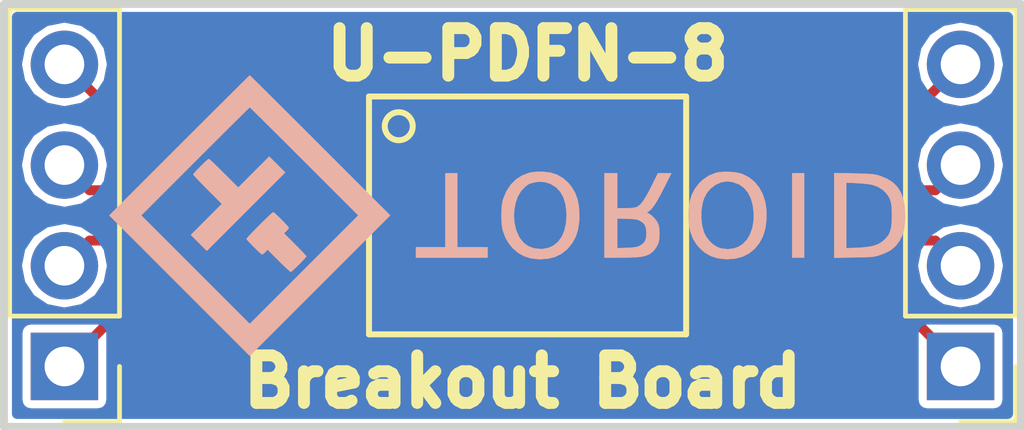
<source format=kicad_pcb>
(kicad_pcb (version 20170123) (host pcbnew "(2017-06-11 revision 3cec63e9b)-master")

  (general
    (links 8)
    (no_connects 4)
    (area 129.257667 87.0765 162.080334 101.5265)
    (thickness 1.6)
    (drawings 6)
    (tracks 16)
    (zones 0)
    (modules 4)
    (nets 9)
  )

  (page A4)
  (layers
    (0 F.Cu signal)
    (31 B.Cu signal)
    (32 B.Adhes user)
    (33 F.Adhes user)
    (34 B.Paste user)
    (35 F.Paste user)
    (36 B.SilkS user)
    (37 F.SilkS user)
    (38 B.Mask user)
    (39 F.Mask user)
    (40 Dwgs.User user)
    (41 Cmts.User user)
    (42 Eco1.User user)
    (43 Eco2.User user)
    (44 Edge.Cuts user)
    (45 Margin user)
    (46 B.CrtYd user)
    (47 F.CrtYd user)
    (48 B.Fab user)
    (49 F.Fab user hide)
  )

  (setup
    (last_trace_width 0.25)
    (trace_clearance 0.2)
    (zone_clearance 0.1)
    (zone_45_only no)
    (trace_min 0.2)
    (segment_width 0.2)
    (edge_width 0.15)
    (via_size 0.8)
    (via_drill 0.4)
    (via_min_size 0.4)
    (via_min_drill 0.3)
    (uvia_size 0.3)
    (uvia_drill 0.1)
    (uvias_allowed no)
    (uvia_min_size 0.2)
    (uvia_min_drill 0.1)
    (pcb_text_width 0.3)
    (pcb_text_size 1.5 1.5)
    (mod_edge_width 0.15)
    (mod_text_size 1 1)
    (mod_text_width 0.15)
    (pad_size 1.524 1.524)
    (pad_drill 0.762)
    (pad_to_mask_clearance 0.2)
    (aux_axis_origin 0 0)
    (visible_elements FFFFFF7F)
    (pcbplotparams
      (layerselection 0x00030_ffffffff)
      (usegerberextensions false)
      (excludeedgelayer true)
      (linewidth 0.100000)
      (plotframeref false)
      (viasonmask false)
      (mode 1)
      (useauxorigin false)
      (hpglpennumber 1)
      (hpglpenspeed 20)
      (hpglpendiameter 15)
      (psnegative false)
      (psa4output false)
      (plotreference true)
      (plotvalue true)
      (plotinvisibletext false)
      (padsonsilk false)
      (subtractmaskfromsilk false)
      (outputformat 1)
      (mirror false)
      (drillshape 1)
      (scaleselection 1)
      (outputdirectory ""))
  )

  (net 0 "")
  (net 1 "Net-(J1-Pad4)")
  (net 2 "Net-(J1-Pad3)")
  (net 3 "Net-(J1-Pad2)")
  (net 4 "Net-(J1-Pad1)")
  (net 5 "Net-(J2-Pad1)")
  (net 6 "Net-(J2-Pad2)")
  (net 7 "Net-(J2-Pad3)")
  (net 8 "Net-(J2-Pad4)")

  (net_class Default "This is the default net class."
    (clearance 0.2)
    (trace_width 0.25)
    (via_dia 0.8)
    (via_drill 0.4)
    (uvia_dia 0.3)
    (uvia_drill 0.1)
    (add_net "Net-(J1-Pad1)")
    (add_net "Net-(J1-Pad2)")
    (add_net "Net-(J1-Pad3)")
    (add_net "Net-(J1-Pad4)")
    (add_net "Net-(J2-Pad1)")
    (add_net "Net-(J2-Pad2)")
    (add_net "Net-(J2-Pad3)")
    (add_net "Net-(J2-Pad4)")
  )

  (module toroid-kicad:Logo_and_Name_20mm_FSilk (layer B.Cu) (tedit 581DF85E) (tstamp 596B18AE)
    (at 145.542 94.234)
    (tags TOROID)
    (fp_text reference G*** (at 2.5 -5) (layer B.SilkS) hide
      (effects (font (thickness 0.3)) (justify mirror))
    )
    (fp_text value TOROID (at -5 -5) (layer B.SilkS) hide
      (effects (font (thickness 0.3)) (justify mirror))
    )
    (fp_poly (pts (xy -5.445042 1.410871) (xy -5.402789 1.374407) (xy -5.346377 1.32167) (xy -5.282367 1.259236)
      (xy -5.217321 1.193678) (xy -5.157801 1.131573) (xy -5.11037 1.079495) (xy -5.081589 1.044019)
      (xy -5.075987 1.033128) (xy -5.089553 1.013589) (xy -5.127376 0.970485) (xy -5.18515 0.908428)
      (xy -5.258566 0.832032) (xy -5.343316 0.745911) (xy -5.357388 0.731789) (xy -5.638788 0.449886)
      (xy -5.578083 0.391726) (xy -5.540152 0.350593) (xy -5.518975 0.318322) (xy -5.517377 0.311845)
      (xy -5.531001 0.289852) (xy -5.567488 0.247174) (xy -5.620264 0.19039) (xy -5.682753 0.12608)
      (xy -5.748381 0.060824) (xy -5.810573 0.001201) (xy -5.862753 -0.046211) (xy -5.898348 -0.074831)
      (xy -5.909215 -0.080253) (xy -5.928506 -0.066627) (xy -5.971713 -0.028421) (xy -6.03459 0.030362)
      (xy -6.112894 0.105715) (xy -6.202379 0.193633) (xy -6.254928 0.245995) (xy -6.347935 0.339976)
      (xy -6.430597 0.425123) (xy -6.498914 0.497181) (xy -6.548884 0.551895) (xy -6.576508 0.585011)
      (xy -6.580727 0.592482) (xy -6.567068 0.614303) (xy -6.530486 0.656754) (xy -6.477573 0.71328)
      (xy -6.414922 0.777328) (xy -6.349125 0.842341) (xy -6.286774 0.901767) (xy -6.234461 0.94905)
      (xy -6.198779 0.977637) (xy -6.187855 0.983096) (xy -6.161956 0.969717) (xy -6.1226 0.936269)
      (xy -6.108747 0.922391) (xy -6.050588 0.861685) (xy -5.768684 1.143086) (xy -5.681404 1.229238)
      (xy -5.603061 1.304729) (xy -5.538281 1.36525) (xy -5.491694 1.40649) (xy -5.467925 1.42414)
      (xy -5.466572 1.424486) (xy -5.445042 1.410871)) (layer B.SilkS) (width 0.01))
    (fp_poly (pts (xy -6.595672 -0.095453) (xy -5.60781 -1.083316) (xy -6.009241 -1.484747) (xy -6.790999 -0.702217)
      (xy -7.15253 -1.063352) (xy -7.251536 -1.161485) (xy -7.34178 -1.24948) (xy -7.419249 -1.32354)
      (xy -7.47993 -1.379868) (xy -7.519807 -1.414669) (xy -7.534323 -1.424487) (xy -7.555953 -1.410858)
      (xy -7.598276 -1.374359) (xy -7.654733 -1.321569) (xy -7.718763 -1.259069) (xy -7.783806 -1.193439)
      (xy -7.843301 -1.131258) (xy -7.890687 -1.079108) (xy -7.919406 -1.043569) (xy -7.92496 -1.032668)
      (xy -7.911312 -1.013627) (xy -7.872902 -0.970412) (xy -7.813532 -0.90703) (xy -7.737005 -0.827489)
      (xy -7.647124 -0.735796) (xy -7.56381 -0.652041) (xy -7.20266 -0.291309) (xy -7.594002 0.1004)
      (xy -7.985343 0.492109) (xy -7.583535 0.892409) (xy -6.595672 -0.095453)) (layer B.SilkS) (width 0.01))
    (fp_poly (pts (xy 8.742536 1.058853) (xy 8.898653 1.055947) (xy 9.020911 1.052879) (xy 9.115577 1.049073)
      (xy 9.188917 1.043955) (xy 9.247196 1.036948) (xy 9.296681 1.027476) (xy 9.343637 1.014965)
      (xy 9.393753 0.99903) (xy 9.54189 0.942569) (xy 9.659207 0.879964) (xy 9.755007 0.805655)
      (xy 9.807024 0.752012) (xy 9.895062 0.633951) (xy 9.959546 0.50376) (xy 10.002415 0.35503)
      (xy 10.025607 0.181355) (xy 10.031299 0.010832) (xy 10.019813 -0.21511) (xy 9.984906 -0.409717)
      (xy 9.925015 -0.575306) (xy 9.838574 -0.714193) (xy 9.72402 -0.828696) (xy 9.579789 -0.92113)
      (xy 9.404315 -0.993813) (xy 9.339416 -1.013822) (xy 9.288285 -1.025839) (xy 9.224522 -1.035453)
      (xy 9.142633 -1.043063) (xy 9.037125 -1.049068) (xy 8.902502 -1.053866) (xy 8.733272 -1.057856)
      (xy 8.732504 -1.057871) (xy 8.245972 -1.067465) (xy 8.245972 -0.828568) (xy 8.54692 -0.828568)
      (xy 8.82345 -0.814881) (xy 8.934862 -0.807782) (xy 9.04115 -0.798193) (xy 9.131166 -0.7873)
      (xy 9.193764 -0.77629) (xy 9.199635 -0.774826) (xy 9.346574 -0.722447) (xy 9.465821 -0.648467)
      (xy 9.546553 -0.571045) (xy 9.603153 -0.49925) (xy 9.644522 -0.426054) (xy 9.67276 -0.343505)
      (xy 9.689962 -0.243652) (xy 9.698225 -0.118544) (xy 9.699798 0.010031) (xy 9.695216 0.174044)
      (xy 9.68061 0.30575) (xy 9.653218 0.412305) (xy 9.610277 0.500867) (xy 9.549026 0.578591)
      (xy 9.466701 0.652635) (xy 9.445362 0.669237) (xy 9.361612 0.721368) (xy 9.261002 0.760923)
      (xy 9.137628 0.789329) (xy 8.985585 0.808011) (xy 8.83282 0.817176) (xy 8.54692 0.828484)
      (xy 8.54692 -0.828568) (xy 8.245972 -0.828568) (xy 8.245972 1.067409) (xy 8.742536 1.058853)) (layer B.SilkS) (width 0.01))
    (fp_poly (pts (xy 7.48357 -1.063349) (xy 7.182623 -1.063349) (xy 7.182623 1.063349) (xy 7.48357 1.063349)
      (xy 7.48357 -1.063349)) (layer B.SilkS) (width 0.01))
    (fp_poly (pts (xy 3.054758 1.061947) (xy 3.200356 1.057199) (xy 3.317386 1.048291) (xy 3.411587 1.034409)
      (xy 3.488697 1.014737) (xy 3.554457 0.988462) (xy 3.607125 0.95946) (xy 3.685665 0.893161)
      (xy 3.755406 0.802568) (xy 3.804907 0.703427) (xy 3.81401 0.674708) (xy 3.829676 0.582595)
      (xy 3.835599 0.470998) (xy 3.831744 0.358326) (xy 3.818082 0.262989) (xy 3.814753 0.249725)
      (xy 3.777643 0.16679) (xy 3.716139 0.08098) (xy 3.642072 0.006674) (xy 3.579729 -0.035863)
      (xy 3.51207 -0.070574) (xy 3.567682 -0.107951) (xy 3.616688 -0.149135) (xy 3.669722 -0.210821)
      (xy 3.72901 -0.296457) (xy 3.796779 -0.409489) (xy 3.875253 -0.553365) (xy 3.953544 -0.70547)
      (xy 4.134143 -1.063349) (xy 3.797176 -1.063349) (xy 3.635527 -0.737322) (xy 3.551693 -0.574202)
      (xy 3.478441 -0.445405) (xy 3.413206 -0.347343) (xy 3.353421 -0.276428) (xy 3.296521 -0.229072)
      (xy 3.257115 -0.208053) (xy 3.196917 -0.193278) (xy 3.103196 -0.183908) (xy 2.982272 -0.18057)
      (xy 2.980028 -0.180569) (xy 2.76872 -0.180569) (xy 2.76872 -1.063349) (xy 2.447709 -1.063349)
      (xy 2.447709 0.076127) (xy 2.76872 0.076127) (xy 3.014495 0.083227) (xy 3.127191 0.087704)
      (xy 3.208805 0.094452) (xy 3.268367 0.104821) (xy 3.314911 0.120162) (xy 3.339384 0.131809)
      (xy 3.416588 0.181678) (xy 3.466507 0.240625) (xy 3.494709 0.318473) (xy 3.506762 0.425049)
      (xy 3.506868 0.427361) (xy 3.50335 0.545573) (xy 3.478234 0.635572) (xy 3.427931 0.705)
      (xy 3.350502 0.760583) (xy 3.307785 0.781785) (xy 3.262572 0.796544) (xy 3.205489 0.806482)
      (xy 3.12716 0.813225) (xy 3.018211 0.818397) (xy 3.016439 0.818465) (xy 2.76872 0.828008)
      (xy 2.76872 0.076127) (xy 2.447709 0.076127) (xy 2.447709 1.063349) (xy 2.874853 1.063349)
      (xy 3.054758 1.061947)) (layer B.SilkS) (width 0.01))
    (fp_poly (pts (xy -0.50158 0.802528) (xy -1.263981 0.802528) (xy -1.263981 -1.063349) (xy -1.564929 -1.063349)
      (xy -1.564929 0.802528) (xy -2.307267 0.802528) (xy -2.307267 1.063349) (xy -0.50158 1.063349)
      (xy -0.50158 0.802528)) (layer B.SilkS) (width 0.01))
    (fp_poly (pts (xy 5.75236 1.087147) (xy 5.934943 1.037844) (xy 6.096453 0.955091) (xy 6.238122 0.838411)
      (xy 6.240996 0.835489) (xy 6.35857 0.689499) (xy 6.445808 0.521669) (xy 6.503698 0.329521)
      (xy 6.533225 0.110582) (xy 6.533887 0.100316) (xy 6.532884 -0.131832) (xy 6.500901 -0.344878)
      (xy 6.439108 -0.536638) (xy 6.348671 -0.704928) (xy 6.23076 -0.847562) (xy 6.086541 -0.962358)
      (xy 5.921033 -1.045657) (xy 5.823799 -1.072217) (xy 5.700956 -1.090003) (xy 5.56617 -1.098454)
      (xy 5.433108 -1.097012) (xy 5.315436 -1.085116) (xy 5.258216 -1.072814) (xy 5.087675 -1.004679)
      (xy 4.932862 -0.901764) (xy 4.838101 -0.811882) (xy 4.73124 -0.67372) (xy 4.652675 -0.521751)
      (xy 4.600609 -0.350577) (xy 4.573244 -0.154798) (xy 4.567823 0) (xy 4.571028 0.061138)
      (xy 4.887269 0.061138) (xy 4.892174 -0.134791) (xy 4.923278 -0.321587) (xy 4.955698 -0.426993)
      (xy 5.024814 -0.560417) (xy 5.122541 -0.676735) (xy 5.2412 -0.768979) (xy 5.373112 -0.830179)
      (xy 5.411734 -0.840888) (xy 5.494055 -0.856231) (xy 5.567459 -0.858226) (xy 5.650387 -0.846493)
      (xy 5.703037 -0.834926) (xy 5.846845 -0.78177) (xy 5.968432 -0.69599) (xy 6.066874 -0.578969)
      (xy 6.141248 -0.432091) (xy 6.190631 -0.256739) (xy 6.213269 -0.070221) (xy 6.210651 0.131311)
      (xy 6.17992 0.315036) (xy 6.122605 0.477546) (xy 6.040236 0.615428) (xy 5.934342 0.725271)
      (xy 5.825357 0.794843) (xy 5.693423 0.839003) (xy 5.548332 0.853148) (xy 5.403818 0.837042)
      (xy 5.301295 0.803755) (xy 5.195583 0.739425) (xy 5.095431 0.646671) (xy 5.011311 0.536896)
      (xy 4.956036 0.427896) (xy 4.908558 0.253074) (xy 4.887269 0.061138) (xy 4.571028 0.061138)
      (xy 4.579266 0.218257) (xy 4.614659 0.408025) (xy 4.675599 0.57414) (xy 4.763682 0.721436)
      (xy 4.834557 0.807538) (xy 4.973289 0.932738) (xy 5.128552 1.022949) (xy 5.302894 1.079227)
      (xy 5.498866 1.102631) (xy 5.547472 1.103475) (xy 5.75236 1.087147)) (layer B.SilkS) (width 0.01))
    (fp_poly (pts (xy 1.032243 1.088552) (xy 1.207962 1.042859) (xy 1.363202 0.96501) (xy 1.501386 0.853622)
      (xy 1.534486 0.819489) (xy 1.643679 0.68097) (xy 1.724142 0.529933) (xy 1.777806 0.360698)
      (xy 1.806599 0.167587) (xy 1.813038 0) (xy 1.801986 -0.215238) (xy 1.767543 -0.40225)
      (xy 1.707779 -0.566715) (xy 1.620762 -0.714313) (xy 1.534486 -0.819489) (xy 1.401895 -0.938615)
      (xy 1.254101 -1.024186) (xy 1.087153 -1.077772) (xy 0.897097 -1.100946) (xy 0.823391 -1.102155)
      (xy 0.727196 -1.097881) (xy 0.630695 -1.087808) (xy 0.552692 -1.073982) (xy 0.543805 -1.071725)
      (xy 0.367357 -1.004498) (xy 0.213056 -0.904312) (xy 0.082157 -0.772465) (xy -0.024088 -0.610255)
      (xy -0.104426 -0.418981) (xy -0.113149 -0.391232) (xy -0.133315 -0.294854) (xy -0.146101 -0.171378)
      (xy -0.151507 -0.032982) (xy -0.15081 0.016928) (xy 0.162425 0.016928) (xy 0.172552 -0.15917)
      (xy 0.206476 -0.327702) (xy 0.26332 -0.481978) (xy 0.342204 -0.61531) (xy 0.442251 -0.721006)
      (xy 0.447593 -0.725287) (xy 0.500795 -0.765909) (xy 0.541325 -0.794219) (xy 0.558555 -0.803413)
      (xy 0.583932 -0.809071) (xy 0.634437 -0.822585) (xy 0.672117 -0.833257) (xy 0.807561 -0.853185)
      (xy 0.950899 -0.840515) (xy 1.088492 -0.796507) (xy 1.093265 -0.794308) (xy 1.226742 -0.710911)
      (xy 1.33336 -0.597916) (xy 1.412923 -0.455713) (xy 1.465237 -0.284691) (xy 1.490105 -0.085239)
      (xy 1.492322 0) (xy 1.478819 0.202555) (xy 1.438746 0.381211) (xy 1.373627 0.534003)
      (xy 1.284989 0.658968) (xy 1.174357 0.75414) (xy 1.043258 0.817556) (xy 0.893216 0.847251)
      (xy 0.832623 0.849294) (xy 0.670175 0.831329) (xy 0.529899 0.779956) (xy 0.411341 0.694906)
      (xy 0.314046 0.575908) (xy 0.283612 0.523722) (xy 0.217077 0.365063) (xy 0.176974 0.193902)
      (xy 0.162425 0.016928) (xy -0.15081 0.016928) (xy -0.149534 0.108159) (xy -0.14018 0.239868)
      (xy -0.123447 0.34997) (xy -0.113159 0.390375) (xy -0.050208 0.557905) (xy 0.030792 0.699489)
      (xy 0.132768 0.82335) (xy 0.269419 0.942828) (xy 0.420525 1.028095) (xy 0.590243 1.080813)
      (xy 0.782727 1.102646) (xy 0.832623 1.103475) (xy 1.032243 1.088552)) (layer B.SilkS) (width 0.01))
    (fp_poly (pts (xy -4.729926 1.770577) (xy -2.959378 0.000028) (xy -4.724867 -1.765547) (xy -4.946323 -1.986934)
      (xy -5.159919 -2.200307) (xy -5.36394 -2.403963) (xy -5.556674 -2.596196) (xy -5.736405 -2.775303)
      (xy -5.90142 -2.939579) (xy -6.050004 -3.08732) (xy -6.180445 -3.216822) (xy -6.291028 -3.326381)
      (xy -6.38004 -3.414292) (xy -6.445765 -3.478851) (xy -6.486491 -3.518354) (xy -6.500474 -3.531122)
      (xy -6.515654 -3.51721) (xy -6.557475 -3.476609) (xy -6.624223 -3.411025) (xy -6.714184 -3.322161)
      (xy -6.825644 -3.211722) (xy -6.95689 -3.081412) (xy -7.106206 -2.932934) (xy -7.27188 -2.767995)
      (xy -7.452198 -2.588296) (xy -7.645444 -2.395544) (xy -7.849907 -2.191442) (xy -8.063871 -1.977694)
      (xy -8.276081 -1.765547) (xy -10.041569 0.000028) (xy -10.041561 0.000037) (xy -9.239026 0.000037)
      (xy -7.874821 -1.364279) (xy -7.680558 -1.558454) (xy -7.494348 -1.744379) (xy -7.318145 -1.920115)
      (xy -7.153901 -2.083722) (xy -7.003571 -2.233261) (xy -6.869108 -2.366792) (xy -6.752465 -2.482377)
      (xy -6.655597 -2.578076) (xy -6.580456 -2.651949) (xy -6.528998 -2.702058) (xy -6.503174 -2.726462)
      (xy -6.500474 -2.728594) (xy -6.485156 -2.714718) (xy -6.443442 -2.674383) (xy -6.377286 -2.609529)
      (xy -6.288643 -2.522095) (xy -6.179464 -2.414019) (xy -6.051705 -2.287242) (xy -5.907318 -2.143703)
      (xy -5.748257 -1.985341) (xy -5.576476 -1.814095) (xy -5.393929 -1.631905) (xy -5.202568 -1.440711)
      (xy -5.126127 -1.364279) (xy -3.761922 0.000037) (xy -6.500474 2.738589) (xy -9.239026 0.000037)
      (xy -10.041561 0.000037) (xy -8.271022 1.770577) (xy -6.500474 3.541124) (xy -4.729926 1.770577)) (layer B.SilkS) (width 0.01))
  )

  (module Pin_Headers:Pin_Header_Straight_1x04_Pitch2.54mm (layer F.Cu) (tedit 59567F97) (tstamp 59685CAC)
    (at 134.366 98.044 180)
    (descr "Through hole straight pin header, 1x04, 2.54mm pitch, single row")
    (tags "Through hole pin header THT 1x04 2.54mm single row")
    (path /59567EDE)
    (fp_text reference J1 (at 0 -2.39 180) (layer F.SilkS) hide
      (effects (font (size 1 1) (thickness 0.15)))
    )
    (fp_text value CONN_01X04 (at 0 10.01 180) (layer F.Fab)
      (effects (font (size 1 1) (thickness 0.15)))
    )
    (fp_line (start 1.6 -1.6) (end -1.6 -1.6) (layer F.CrtYd) (width 0.05))
    (fp_line (start 1.6 9.2) (end 1.6 -1.6) (layer F.CrtYd) (width 0.05))
    (fp_line (start -1.6 9.2) (end 1.6 9.2) (layer F.CrtYd) (width 0.05))
    (fp_line (start -1.6 -1.6) (end -1.6 9.2) (layer F.CrtYd) (width 0.05))
    (fp_line (start -1.39 -1.39) (end 0 -1.39) (layer F.SilkS) (width 0.12))
    (fp_line (start -1.39 0) (end -1.39 -1.39) (layer F.SilkS) (width 0.12))
    (fp_line (start 1.39 1.27) (end -1.39 1.27) (layer F.SilkS) (width 0.12))
    (fp_line (start 1.39 9.01) (end 1.39 1.27) (layer F.SilkS) (width 0.12))
    (fp_line (start -1.39 9.01) (end 1.39 9.01) (layer F.SilkS) (width 0.12))
    (fp_line (start -1.39 1.27) (end -1.39 9.01) (layer F.SilkS) (width 0.12))
    (fp_line (start 1.27 -1.27) (end -1.27 -1.27) (layer F.Fab) (width 0.1))
    (fp_line (start 1.27 8.89) (end 1.27 -1.27) (layer F.Fab) (width 0.1))
    (fp_line (start -1.27 8.89) (end 1.27 8.89) (layer F.Fab) (width 0.1))
    (fp_line (start -1.27 -1.27) (end -1.27 8.89) (layer F.Fab) (width 0.1))
    (pad 4 thru_hole oval (at 0 7.62 180) (size 1.7 1.7) (drill 1) (layers *.Cu *.Mask)
      (net 1 "Net-(J1-Pad4)"))
    (pad 3 thru_hole oval (at 0 5.08 180) (size 1.7 1.7) (drill 1) (layers *.Cu *.Mask)
      (net 2 "Net-(J1-Pad3)"))
    (pad 2 thru_hole oval (at 0 2.54 180) (size 1.7 1.7) (drill 1) (layers *.Cu *.Mask)
      (net 3 "Net-(J1-Pad2)"))
    (pad 1 thru_hole rect (at 0 0 180) (size 1.7 1.7) (drill 1) (layers *.Cu *.Mask)
      (net 4 "Net-(J1-Pad1)"))
    (model Pin_Headers.3dshapes/Pin_Header_Straight_1x04_Pitch2.54mm.wrl
      (at (xyz 0 -0.15 0))
      (scale (xyz 1 1 1))
      (rotate (xyz 0 0 90))
    )
  )

  (module Pin_Headers:Pin_Header_Straight_1x04_Pitch2.54mm (layer F.Cu) (tedit 59567F9A) (tstamp 59685CC2)
    (at 156.972 98.044 180)
    (descr "Through hole straight pin header, 1x04, 2.54mm pitch, single row")
    (tags "Through hole pin header THT 1x04 2.54mm single row")
    (path /59567EA6)
    (fp_text reference J2 (at 0 -2.39 180) (layer F.SilkS) hide
      (effects (font (size 1 1) (thickness 0.15)))
    )
    (fp_text value CONN_01X04 (at 0 10.01 180) (layer F.Fab)
      (effects (font (size 1 1) (thickness 0.15)))
    )
    (fp_line (start -1.27 -1.27) (end -1.27 8.89) (layer F.Fab) (width 0.1))
    (fp_line (start -1.27 8.89) (end 1.27 8.89) (layer F.Fab) (width 0.1))
    (fp_line (start 1.27 8.89) (end 1.27 -1.27) (layer F.Fab) (width 0.1))
    (fp_line (start 1.27 -1.27) (end -1.27 -1.27) (layer F.Fab) (width 0.1))
    (fp_line (start -1.39 1.27) (end -1.39 9.01) (layer F.SilkS) (width 0.12))
    (fp_line (start -1.39 9.01) (end 1.39 9.01) (layer F.SilkS) (width 0.12))
    (fp_line (start 1.39 9.01) (end 1.39 1.27) (layer F.SilkS) (width 0.12))
    (fp_line (start 1.39 1.27) (end -1.39 1.27) (layer F.SilkS) (width 0.12))
    (fp_line (start -1.39 0) (end -1.39 -1.39) (layer F.SilkS) (width 0.12))
    (fp_line (start -1.39 -1.39) (end 0 -1.39) (layer F.SilkS) (width 0.12))
    (fp_line (start -1.6 -1.6) (end -1.6 9.2) (layer F.CrtYd) (width 0.05))
    (fp_line (start -1.6 9.2) (end 1.6 9.2) (layer F.CrtYd) (width 0.05))
    (fp_line (start 1.6 9.2) (end 1.6 -1.6) (layer F.CrtYd) (width 0.05))
    (fp_line (start 1.6 -1.6) (end -1.6 -1.6) (layer F.CrtYd) (width 0.05))
    (pad 1 thru_hole rect (at 0 0 180) (size 1.7 1.7) (drill 1) (layers *.Cu *.Mask)
      (net 5 "Net-(J2-Pad1)"))
    (pad 2 thru_hole oval (at 0 2.54 180) (size 1.7 1.7) (drill 1) (layers *.Cu *.Mask)
      (net 6 "Net-(J2-Pad2)"))
    (pad 3 thru_hole oval (at 0 5.08 180) (size 1.7 1.7) (drill 1) (layers *.Cu *.Mask)
      (net 7 "Net-(J2-Pad3)"))
    (pad 4 thru_hole oval (at 0 7.62 180) (size 1.7 1.7) (drill 1) (layers *.Cu *.Mask)
      (net 8 "Net-(J2-Pad4)"))
    (model Pin_Headers.3dshapes/Pin_Header_Straight_1x04_Pitch2.54mm.wrl
      (at (xyz 0 -0.15 0))
      (scale (xyz 1 1 1))
      (rotate (xyz 0 0 90))
    )
  )

  (module toroid-kicad:U-PDFN-8 (layer F.Cu) (tedit 59567FA4) (tstamp 59685CD3)
    (at 146.05 94.234)
    (path /59567DF1)
    (fp_text reference U1 (at -3.175 -3.7465) (layer F.SilkS) hide
      (effects (font (size 1 1) (thickness 0.15)))
    )
    (fp_text value MT29F4G01ADAGDWB (at 0 3.8735) (layer F.Fab)
      (effects (font (size 1 1) (thickness 0.15)))
    )
    (fp_line (start -4 -3) (end 4 -3) (layer F.SilkS) (width 0.15))
    (fp_line (start 4 -3) (end 4 3) (layer F.SilkS) (width 0.15))
    (fp_line (start 4 3) (end -4 3) (layer F.SilkS) (width 0.15))
    (fp_line (start -4 3) (end -4 -3) (layer F.SilkS) (width 0.15))
    (fp_circle (center -3.25 -2.25) (end -3 -2) (layer F.SilkS) (width 0.15))
    (pad 1 smd roundrect (at -3.8735 -1.905) (size 0.9 0.45) (layers F.Cu F.Paste F.Mask)(roundrect_rratio 0.25)
      (net 1 "Net-(J1-Pad4)"))
    (pad 2 smd roundrect (at -3.8735 -0.635) (size 0.9 0.45) (layers F.Cu F.Paste F.Mask)(roundrect_rratio 0.25)
      (net 2 "Net-(J1-Pad3)"))
    (pad 3 smd roundrect (at -3.8735 0.635) (size 0.9 0.45) (layers F.Cu F.Paste F.Mask)(roundrect_rratio 0.25)
      (net 3 "Net-(J1-Pad2)"))
    (pad 4 smd roundrect (at -3.8735 1.905) (size 0.9 0.45) (layers F.Cu F.Paste F.Mask)(roundrect_rratio 0.25)
      (net 4 "Net-(J1-Pad1)"))
    (pad 5 smd roundrect (at 3.8265 1.905) (size 0.9 0.45) (layers F.Cu F.Paste F.Mask)(roundrect_rratio 0.25)
      (net 5 "Net-(J2-Pad1)"))
    (pad 6 smd roundrect (at 3.8265 0.635) (size 0.9 0.45) (layers F.Cu F.Paste F.Mask)(roundrect_rratio 0.25)
      (net 6 "Net-(J2-Pad2)"))
    (pad 7 smd roundrect (at 3.8265 -0.635) (size 0.9 0.45) (layers F.Cu F.Paste F.Mask)(roundrect_rratio 0.25)
      (net 7 "Net-(J2-Pad3)"))
    (pad 8 smd roundrect (at 3.8265 -1.905) (size 0.9 0.45) (layers F.Cu F.Paste F.Mask)(roundrect_rratio 0.25)
      (net 8 "Net-(J2-Pad4)"))
  )

  (gr_text "Breakout Board" (at 145.923 98.425) (layer F.SilkS) (tstamp 596B19EB)
    (effects (font (size 1.2 1.2) (thickness 0.3)))
  )
  (gr_text U-PDFN-8 (at 146.05 90.17) (layer F.SilkS)
    (effects (font (size 1.2 1.2) (thickness 0.3)))
  )
  (gr_line (start 132.842 99.568) (end 132.842 88.9) (layer Edge.Cuts) (width 0.2))
  (gr_line (start 158.496 99.568) (end 132.842 99.568) (layer Edge.Cuts) (width 0.2))
  (gr_line (start 158.496 88.9) (end 158.496 99.568) (layer Edge.Cuts) (width 0.2))
  (gr_line (start 132.842 88.9) (end 158.496 88.9) (layer Edge.Cuts) (width 0.2))

  (segment (start 142.1765 92.329) (end 136.271 92.329) (width 0.25) (layer F.Cu) (net 1))
  (segment (start 136.271 92.329) (end 134.366 90.424) (width 0.25) (layer F.Cu) (net 1))
  (segment (start 142.1765 93.599) (end 135.001 93.599) (width 0.25) (layer F.Cu) (net 2))
  (segment (start 135.001 93.599) (end 134.366 92.964) (width 0.25) (layer F.Cu) (net 2))
  (segment (start 142.1765 94.869) (end 135.001 94.869) (width 0.25) (layer F.Cu) (net 3))
  (segment (start 135.001 94.869) (end 134.366 95.504) (width 0.25) (layer F.Cu) (net 3))
  (segment (start 142.1765 96.139) (end 136.271 96.139) (width 0.25) (layer F.Cu) (net 4))
  (segment (start 136.271 96.139) (end 134.366 98.044) (width 0.25) (layer F.Cu) (net 4))
  (segment (start 149.8765 96.139) (end 155.067 96.139) (width 0.25) (layer F.Cu) (net 5))
  (segment (start 155.067 96.139) (end 156.972 98.044) (width 0.25) (layer F.Cu) (net 5))
  (segment (start 149.8765 94.869) (end 156.337 94.869) (width 0.25) (layer F.Cu) (net 6))
  (segment (start 156.337 94.869) (end 156.972 95.504) (width 0.25) (layer F.Cu) (net 6))
  (segment (start 149.8765 93.599) (end 156.337 93.599) (width 0.25) (layer F.Cu) (net 7))
  (segment (start 156.337 93.599) (end 156.972 92.964) (width 0.25) (layer F.Cu) (net 7))
  (segment (start 149.8765 92.329) (end 155.067 92.329) (width 0.25) (layer F.Cu) (net 8))
  (segment (start 155.067 92.329) (end 156.972 90.424) (width 0.25) (layer F.Cu) (net 8))

  (zone (net 0) (net_name "") (layer B.Cu) (tstamp 0) (hatch edge 0.508)
    (connect_pads (clearance 0.1))
    (min_thickness 0.254)
    (fill yes (arc_segments 16) (thermal_gap 0.508) (thermal_bridge_width 0.508))
    (polygon
      (pts
        (xy 132.842 88.9) (xy 158.496 88.9) (xy 158.496 99.568) (xy 132.842 99.568)
      )
    )
    (filled_polygon
      (pts
        (xy 158.169 90.408621) (xy 158.082465 89.973582) (xy 157.827324 89.591735) (xy 157.445477 89.336594) (xy 156.995059 89.247)
        (xy 156.948941 89.247) (xy 156.498523 89.336594) (xy 156.116676 89.591735) (xy 155.861535 89.973582) (xy 155.771941 90.424)
        (xy 155.861535 90.874418) (xy 156.116676 91.256265) (xy 156.498523 91.511406) (xy 156.948941 91.601) (xy 156.995059 91.601)
        (xy 157.445477 91.511406) (xy 157.827324 91.256265) (xy 158.082465 90.874418) (xy 158.169 90.439379) (xy 158.169 92.948621)
        (xy 158.082465 92.513582) (xy 157.827324 92.131735) (xy 157.445477 91.876594) (xy 156.995059 91.787) (xy 156.948941 91.787)
        (xy 156.498523 91.876594) (xy 156.116676 92.131735) (xy 155.861535 92.513582) (xy 155.771941 92.964) (xy 155.861535 93.414418)
        (xy 156.116676 93.796265) (xy 156.498523 94.051406) (xy 156.948941 94.141) (xy 156.995059 94.141) (xy 157.445477 94.051406)
        (xy 157.827324 93.796265) (xy 158.082465 93.414418) (xy 158.169 92.979379) (xy 158.169 95.488621) (xy 158.082465 95.053582)
        (xy 157.827324 94.671735) (xy 157.445477 94.416594) (xy 156.995059 94.327) (xy 156.948941 94.327) (xy 156.498523 94.416594)
        (xy 156.116676 94.671735) (xy 155.861535 95.053582) (xy 155.771941 95.504) (xy 155.861535 95.954418) (xy 156.116676 96.336265)
        (xy 156.498523 96.591406) (xy 156.948941 96.681) (xy 156.995059 96.681) (xy 157.445477 96.591406) (xy 157.827324 96.336265)
        (xy 158.082465 95.954418) (xy 158.169 95.519379) (xy 158.169 99.241) (xy 133.169 99.241) (xy 133.169 97.194)
        (xy 133.182594 97.194) (xy 133.182594 98.894) (xy 133.207973 99.021589) (xy 133.280246 99.129754) (xy 133.388411 99.202027)
        (xy 133.516 99.227406) (xy 135.216 99.227406) (xy 135.343589 99.202027) (xy 135.451754 99.129754) (xy 135.524027 99.021589)
        (xy 135.549406 98.894) (xy 135.549406 97.194) (xy 155.788594 97.194) (xy 155.788594 98.894) (xy 155.813973 99.021589)
        (xy 155.886246 99.129754) (xy 155.994411 99.202027) (xy 156.122 99.227406) (xy 157.822 99.227406) (xy 157.949589 99.202027)
        (xy 158.057754 99.129754) (xy 158.130027 99.021589) (xy 158.155406 98.894) (xy 158.155406 97.194) (xy 158.130027 97.066411)
        (xy 158.057754 96.958246) (xy 157.949589 96.885973) (xy 157.822 96.860594) (xy 156.122 96.860594) (xy 155.994411 96.885973)
        (xy 155.886246 96.958246) (xy 155.813973 97.066411) (xy 155.788594 97.194) (xy 135.549406 97.194) (xy 135.524027 97.066411)
        (xy 135.451754 96.958246) (xy 135.343589 96.885973) (xy 135.216 96.860594) (xy 133.516 96.860594) (xy 133.388411 96.885973)
        (xy 133.280246 96.958246) (xy 133.207973 97.066411) (xy 133.182594 97.194) (xy 133.169 97.194) (xy 133.169 95.519379)
        (xy 133.255535 95.954418) (xy 133.510676 96.336265) (xy 133.892523 96.591406) (xy 134.342941 96.681) (xy 134.389059 96.681)
        (xy 134.839477 96.591406) (xy 135.221324 96.336265) (xy 135.476465 95.954418) (xy 135.566059 95.504) (xy 135.476465 95.053582)
        (xy 135.221324 94.671735) (xy 134.839477 94.416594) (xy 134.389059 94.327) (xy 134.342941 94.327) (xy 133.892523 94.416594)
        (xy 133.510676 94.671735) (xy 133.255535 95.053582) (xy 133.169 95.488621) (xy 133.169 92.979379) (xy 133.255535 93.414418)
        (xy 133.510676 93.796265) (xy 133.892523 94.051406) (xy 134.342941 94.141) (xy 134.389059 94.141) (xy 134.839477 94.051406)
        (xy 135.221324 93.796265) (xy 135.476465 93.414418) (xy 135.566059 92.964) (xy 135.476465 92.513582) (xy 135.221324 92.131735)
        (xy 134.839477 91.876594) (xy 134.389059 91.787) (xy 134.342941 91.787) (xy 133.892523 91.876594) (xy 133.510676 92.131735)
        (xy 133.255535 92.513582) (xy 133.169 92.948621) (xy 133.169 90.439379) (xy 133.255535 90.874418) (xy 133.510676 91.256265)
        (xy 133.892523 91.511406) (xy 134.342941 91.601) (xy 134.389059 91.601) (xy 134.839477 91.511406) (xy 135.221324 91.256265)
        (xy 135.476465 90.874418) (xy 135.566059 90.424) (xy 135.476465 89.973582) (xy 135.221324 89.591735) (xy 134.839477 89.336594)
        (xy 134.389059 89.247) (xy 134.342941 89.247) (xy 133.892523 89.336594) (xy 133.510676 89.591735) (xy 133.255535 89.973582)
        (xy 133.169 90.408621) (xy 133.169 89.227) (xy 158.169 89.227)
      )
    )
  )
)

</source>
